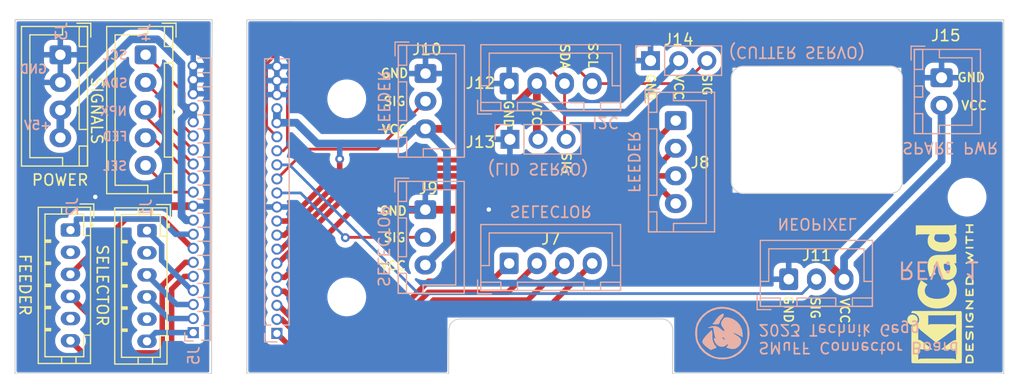
<source format=kicad_pcb>
(kicad_pcb (version 20240108) (generator "pcbnew") (generator_version "8.0")
  (title_block (title "SMuFF Connector Board PCB") (date "2023-03-26") (rev "1") (company "Technik Gegg") (comment 4 "AISLER Project ID: BNDRXJJP"))
  (layers (0 "F.Cu" signal) (31 "B.Cu" signal) (34 "B.Paste" user) (35 "F.Paste" user) (36 "B.SilkS" user "B.Silkscreen") (37 "F.SilkS" user "F.Silkscreen") (38 "B.Mask" user) (39 "F.Mask" user) (44 "Edge.Cuts" user))
  (net 0 "")
  (net 1 "Net-(J1-Pad1)")
  (net 3 "Net-(J1-Pad3)")
  (net 4 "Net-(J1-Pad4)")
  (net 6 "Net-(J1-Pad6)")
  (net 7 "Net-(J2-Pad1)")
  (net 9 "Net-(J2-Pad3)")
  (net 10 "Net-(J2-Pad4)")
  (net 12 "Net-(J2-Pad6)")
  (net 13 "GND")
  (net 14 "+5V")
  (net 15 "/SCL")
  (net 16 "/SDA")
  (net 17 "/NeoPixel")
  (net 18 "/Feeder")
  (net 19 "/Selector")
  (net 20 "Net-(J6-Pad1)")
  (net 21 "Net-(J6-Pad2)")
  (net 22 "Net-(J6-Pad3)")
  (net 23 "Net-(J6-Pad4)")
  (net 24 "Net-(J6-Pad5)")
  (net 25 "Net-(J6-Pad6)")
  (net 26 "Net-(J6-Pad7)")
  (net 27 "Net-(J6-Pad8)")
  (net 28 "Net-(J6-Pad11)")
  (net 29 "Net-(J6-Pad13)")
  (net 30 "Net-(J10-Pad2)")
  (net 31 "Net-(J12-Pad3)")
  (net 32 "Net-(J12-Pad4)")
  (net 33 "/VCC-IN")
  (footprint "Connector_JST:JST_PH_B6B-PH-K_1x06_P2.00mm_Vertical" (layer "F.Cu") (at 90.7708 113.9228 -90)
    (property "Reference" "J1" (at -2.0358 0.0928 90) (layer "B.SilkS") (effects (justify mirror)))
    (property "Value" "Selector Stepper")
    (pad "1" thru_hole roundrect (at 0 0 270) (size 1.2 1.75) (drill 0.75) (layers "*.Cu" "*.Mask") (roundrect_rratio 0.208333) (net 1 "Net-(J1-Pad1)"))
    (pad "2" thru_hole oval (at 2 0 270) (size 1.2 1.75) (drill 0.75) (layers "*.Cu" "*.Mask"))
    (pad "3" thru_hole oval (at 4 0 270) (size 1.2 1.75) (drill 0.75) (layers "*.Cu" "*.Mask") (net 3 "Net-(J1-Pad3)"))
    (pad "4" thru_hole oval (at 6 0 270) (size 1.2 1.75) (drill 0.75) (layers "*.Cu" "*.Mask") (net 4 "Net-(J1-Pad4)"))
    (pad "5" thru_hole oval (at 8 0 270) (size 1.2 1.75) (drill 0.75) (layers "*.Cu" "*.Mask"))
    (pad "6" thru_hole oval (at 10 0 270) (size 1.2 1.75) (drill 0.75) (layers "*.Cu" "*.Mask") (net 6 "Net-(J1-Pad6)"))
  )
  (footprint "MountingHole:MountingHole_3mm" (layer "F.Cu") (at 108.807 102.0064)
    (property "Reference" "H2" (hide yes))
    (property "Value" "MountingHole")
    (pad "" np_thru_hole circle (at 0 0) (size 3 3) (drill 3) (layers "*.Cu" "*.Mask"))
  )
  (footprint "MountingHole:MountingHole_3mm" (layer "F.Cu") (at 108.807 119.9134)
    (property "Reference" "H1" (hide yes))
    (property "Value" "MountingHole")
    (pad "" np_thru_hole circle (at 0 0) (size 3 3) (drill 3) (layers "*.Cu" "*.Mask"))
  )
  (footprint "Connector_JST:JST_PH_B6B-PH-K_1x06_P2.00mm_Vertical" (layer "F.Cu") (at 83.862 113.872 -90)
    (property "Reference" "J2" (at -2.112 -0.1612 90) (layer "B.SilkS") (effects (justify mirror)))
    (property "Value" "Feeder Stepper")
    (pad "1" thru_hole roundrect (at 0 0 270) (size 1.2 1.75) (drill 0.75) (layers "*.Cu" "*.Mask") (roundrect_rratio 0.208333) (net 7 "Net-(J2-Pad1)"))
    (pad "2" thru_hole oval (at 2 0 270) (size 1.2 1.75) (drill 0.75) (layers "*.Cu" "*.Mask"))
    (pad "3" thru_hole oval (at 4 0 270) (size 1.2 1.75) (drill 0.75) (layers "*.Cu" "*.Mask") (net 9 "Net-(J2-Pad3)"))
    (pad "4" thru_hole oval (at 6 0 270) (size 1.2 1.75) (drill 0.75) (layers "*.Cu" "*.Mask") (net 10 "Net-(J2-Pad4)"))
    (pad "5" thru_hole oval (at 8 0 270) (size 1.2 1.75) (drill 0.75) (layers "*.Cu" "*.Mask"))
    (pad "6" thru_hole oval (at 10 0 270) (size 1.2 1.75) (drill 0.75) (layers "*.Cu" "*.Mask") (net 12 "Net-(J2-Pad6)"))
  )
  (footprint "MountingHole:MountingHole_3mm" (layer "F.Cu") (at 164.814 110.8964)
    (property "Reference" "H3" (hide yes))
    (property "Value" "MountingHole")
    (pad "" np_thru_hole circle (at 0 0) (size 3 3) (drill 3) (layers "*.Cu" "*.Mask"))
  )
  (footprint "Symbol:KiCad-Logo2_5mm_SilkScreen" (layer "F.Cu") (at 162.401 119.634 90)
    (property "Reference" "REF**" (hide yes))
    (property "Value" "KiCad-Logo2_5mm_SilkScreen" (hide yes))
  )
  (footprint "Connector_JST:JST_XH_B5B-XH-A_1x05_P2.50mm_Vertical" (layer "F.Cu") (at 90.6442 98.0224 -90)
    (property "Reference" "J4" (at -2.0104 0.0932 90) (layer "B.SilkS") (effects (justify mirror)))
    (property "Value" "Signals")
    (pad "1" thru_hole roundrect (at 0 0 270) (size 1.7 1.95) (drill 0.95) (layers "*.Cu" "*.Mask") (roundrect_rratio 0.147059) (net 15 "/SCL"))
    (pad "2" thru_hole oval (at 2.5 0 270) (size 1.7 1.95) (drill 0.95) (layers "*.Cu" "*.Mask") (net 16 "/SDA"))
    (pad "3" thru_hole oval (at 5 0 270) (size 1.7 1.95) (drill 0.95) (layers "*.Cu" "*.Mask") (net 17 "/NeoPixel"))
    (pad "4" thru_hole oval (at 7.5 0 270) (size 1.7 1.95) (drill 0.95) (layers "*.Cu" "*.Mask") (net 18 "/Feeder"))
    (pad "5" thru_hole oval (at 10 0 270) (size 1.7 1.95) (drill 0.95) (layers "*.Cu" "*.Mask") (net 19 "/Selector"))
  )
  (footprint "Connector_JST:JST_XH_B4B-XH-A_1x04_P2.50mm_Vertical" (layer "F.Cu") (at 82.948 98.0224 -90)
    (property "Reference" "J3" (at -2.1374 -0.1016 90) (layer "B.SilkS") (effects (justify mirror)))
    (property "Value" "Power")
    (pad "1" thru_hole roundrect (at 0 0 270) (size 1.7 1.95) (drill 0.95) (layers "*.Cu" "*.Mask") (roundrect_rratio 0.147059) (net 13 "GND"))
    (pad "2" thru_hole oval (at 2.5 0 270) (size 1.7 1.95) (drill 0.95) (layers "*.Cu" "*.Mask") (net 13 "GND"))
    (pad "3" thru_hole oval (at 5 0 270) (size 1.7 1.95) (drill 0.95) (layers "*.Cu" "*.Mask") (net 33 "/VCC-IN"))
    (pad "4" thru_hole oval (at 7.5 0 270) (size 1.7 1.95) (drill 0.95) (layers "*.Cu" "*.Mask") (net 33 "/VCC-IN"))
  )
  (footprint "Library:Logo-5mm" (layer "B.Cu") (at 142.716 123.19)
    (property "Reference" "G***" (hide yes))
    (property "Value" "LOGO" (hide yes))
  )
  (footprint "Connector_PinHeader_2.54mm:PinHeader_1x03_P2.54mm_Vertical" (layer "B.Cu") (at 123.539 105.664 -90)
    (property "Reference" "J13" (at 0.254 2.667 0) (layer "F.SilkS"))
    (property "Value" "(Lid Servo)")
    (pad "1" thru_hole rect (at 0 0 270) (size 1.7 1.7) (drill 1) (layers "*.Cu" "*.Mask") (net 13 "GND"))
    (pad "2" thru_hole oval (at 0 -2.54 270) (size 1.7 1.7) (drill 1) (layers "*.Cu" "*.Mask") (net 14 "+5V"))
    (pad "3" thru_hole oval (at 0 -5.08 270) (size 1.7 1.7) (drill 1) (layers "*.Cu" "*.Mask") (net 31 "Net-(J12-Pad3)"))
  )
  (footprint "Connector_JST:JST_XH_B3B-XH-A_1x03_P2.50mm_Vertical" (layer "B.Cu") (at 115.919 99.7204 -90)
    (property "Reference" "J10" (at -2.1844 -0.127 0) (layer "F.SilkS"))
    (property "Value" "Feeder Sensor")
    (pad "1" thru_hole roundrect (at 0 0 270) (size 1.7 1.95) (drill 0.95) (layers "*.Cu" "*.Mask") (roundrect_rratio 0.147059) (net 13 "GND"))
    (pad "2" thru_hole oval (at 2.5 0 270) (size 1.7 1.95) (drill 0.95) (layers "*.Cu" "*.Mask") (net 30 "Net-(J10-Pad2)"))
    (pad "3" thru_hole oval (at 5 0 270) (size 1.7 1.95) (drill 0.95) (layers "*.Cu" "*.Mask") (net 14 "+5V"))
  )
  (footprint "Connector_JST:JST_XH_B4B-XH-A_1x04_P2.50mm_Vertical" (layer "B.Cu") (at 138.508 103.9714 -90)
    (property "Reference" "J8" (at 3.8008 -2.2014 0) (layer "F.SilkS"))
    (property "Value" "Feeder Motor")
    (pad "1" thru_hole roundrect (at 0 0 270) (size 1.7 1.95) (drill 0.95) (layers "*.Cu" "*.Mask") (roundrect_rratio 0.147059) (net 27 "Net-(J6-Pad8)"))
    (pad "2" thru_hole oval (at 2.5 0 270) (size 1.7 1.95) (drill 0.95) (layers "*.Cu" "*.Mask") (net 26 "Net-(J6-Pad7)"))
    (pad "3" thru_hole oval (at 5 0 270) (size 1.7 1.95) (drill 0.95) (layers "*.Cu" "*.Mask") (net 25 "Net-(J6-Pad6)"))
    (pad "4" thru_hole oval (at 7.5 0 270) (size 1.7 1.95) (drill 0.95) (layers "*.Cu" "*.Mask") (net 24 "Net-(J6-Pad5)"))
  )
  (footprint "Connector_JST:JST_XH_B4B-XH-A_1x04_P2.50mm_Vertical" (layer "B.Cu") (at 123.472 116.8824)
    (property "Reference" "J7" (at 3.75 -2.2014 0) (layer "F.SilkS"))
    (property "Value" "Selector Motor")
    (pad "1" thru_hole roundrect (at 0 0) (size 1.7 1.95) (drill 0.95) (layers "*.Cu" "*.Mask") (roundrect_rratio 0.147059) (net 23 "Net-(J6-Pad4)"))
    (pad "2" thru_hole oval (at 2.5 0) (size 1.7 1.95) (drill 0.95) (layers "*.Cu" "*.Mask") (net 22 "Net-(J6-Pad3)"))
    (pad "3" thru_hole oval (at 5 0) (size 1.7 1.95) (drill 0.95) (layers "*.Cu" "*.Mask") (net 21 "Net-(J6-Pad2)"))
    (pad "4" thru_hole oval (at 7.5 0) (size 1.7 1.95) (drill 0.95) (layers "*.Cu" "*.Mask") (net 20 "Net-(J6-Pad1)"))
  )
  (footprint "Connector_PinHeader_1.27mm:PinHeader_1x20_P1.27mm_Vertical" (layer "B.Cu") (at 102.5 123.2154)
    (property "Reference" "J6" (hide yes))
    (property "Value" "Conn_01x16" (hide yes))
    (pad "1" thru_hole rect (at 0 0) (size 1 1) (drill 0.65) (layers "*.Cu" "*.Mask") (net 20 "Net-(J6-Pad1)"))
    (pad "2" thru_hole oval (at 0 -1.27) (size 1 1) (drill 0.65) (layers "*.Cu" "*.Mask") (net 21 "Net-(J6-Pad2)"))
    (pad "3" thru_hole oval (at 0 -2.54) (size 1 1) (drill 0.65) (layers "*.Cu" "*.Mask") (net 22 "Net-(J6-Pad3)"))
    (pad "4" thru_hole oval (at 0 -3.81) (size 1 1) (drill 0.65) (layers "*.Cu" "*.Mask") (net 23 "Net-(J6-Pad4)"))
    (pad "5" thru_hole oval (at 0 -5.08) (size 1 1) (drill 0.65) (layers "*.Cu" "*.Mask") (net 24 "Net-(J6-Pad5)"))
    (pad "6" thru_hole oval (at 0 -6.35) (size 1 1) (drill 0.65) (layers "*.Cu" "*.Mask") (net 25 "Net-(J6-Pad6)"))
    (pad "7" thru_hole oval (at 0 -7.62) (size 1 1) (drill 0.65) (layers "*.Cu" "*.Mask") (net 26 "Net-(J6-Pad7)"))
    (pad "8" thru_hole oval (at 0 -8.89) (size 1 1) (drill 0.65) (layers "*.Cu" "*.Mask") (net 27 "Net-(J6-Pad8)"))
    (pad "9" thru_hole oval (at 0 -10.16) (size 1 1) (drill 0.65) (layers "*.Cu" "*.Mask") (net 14 "+5V"))
    (pad "10" thru_hole oval (at 0 -11.43) (size 1 1) (drill 0.65) (layers "*.Cu" "*.Mask") (net 13 "GND"))
    (pad "11" thru_hole oval (at 0 -12.7) (size 1 1) (drill 0.65) (layers "*.Cu" "*.Mask") (net 28 "Net-(J6-Pad11)"))
    (pad "12" thru_hole oval (at 0 -13.97) (size 1 1) (drill 0.65) (layers "*.Cu" "*.Mask") (net 30 "Net-(J10-Pad2)"))
    (pad "13" thru_hole oval (at 0 -15.24) (size 1 1) (drill 0.65) (layers "*.Cu" "*.Mask") (net 29 "Net-(J6-Pad13)"))
    (pad "14" thru_hole oval (at 0 -16.51) (size 1 1) (drill 0.65) (layers "*.Cu" "*.Mask") (net 31 "Net-(J12-Pad3)"))
    (pad "15" thru_hole oval (at 0 -17.78) (size 1 1) (drill 0.65) (layers "*.Cu" "*.Mask") (net 32 "Net-(J12-Pad4)"))
    (pad "16" thru_hole oval (at 0 -19.05) (size 1 1) (drill 0.65) (layers "*.Cu" "*.Mask") (net 14 "+5V"))
    (pad "17" thru_hole oval (at 0 -20.32) (size 1 1) (drill 0.65) (layers "*.Cu" "*.Mask") (net 14 "+5V"))
    (pad "18" thru_hole oval (at 0 -21.59) (size 1 1) (drill 0.65) (layers "*.Cu" "*.Mask") (net 13 "GND"))
    (pad "19" thru_hole oval (at 0 -22.86) (size 1 1) (drill 0.65) (layers "*.Cu" "*.Mask") (net 13 "GND"))
    (pad "20" thru_hole oval (at 0 -24.13) (size 1 1) (drill 0.65) (layers "*.Cu" "*.Mask") (net 13 "GND"))
  )
  (footprint "Connector_JST:JST_XH_B3B-XH-A_1x03_P2.50mm_Vertical" (layer "B.Cu") (at 115.902 112.0286 -90)
    (property "Reference" "J9" (at -1.9196 -0.271 0) (layer "F.SilkS"))
    (property "Value" "Selector Endstop")
    (pad "1" thru_hole roundrect (at 0 0 270) (size 1.7 1.95) (drill 0.95) (layers "*.Cu" "*.Mask") (roundrect_rratio 0.147059) (net 13 "GND"))
    (pad "2" thru_hole oval (at 2.5 0 270) (size 1.7 1.95) (drill 0.95) (layers "*.Cu" "*.Mask") (net 28 "Net-(J6-Pad11)"))
    (pad "3" thru_hole oval (at 5 0 270) (size 1.7 1.95) (drill 0.95) (layers "*.Cu" "*.Mask") (net 14 "+5V"))
  )
  (footprint "Connector_JST:JST_XH_B3B-XH-A_1x03_P2.50mm_Vertical" (layer "B.Cu") (at 148.7104 118.3132)
    (property "Reference" "J11" (at 2.5254 -2.176 0) (layer "F.SilkS"))
    (property "Value" "NeoPixels")
    (pad "1" thru_hole roundrect (at 0 0) (size 1.7 1.95) (drill 0.95) (layers "*.Cu" "*.Mask") (roundrect_rratio 0.147059) (net 13 "GND"))
    (pad "2" thru_hole oval (at 2.5 0) (size 1.7 1.95) (drill 0.95) (layers "*.Cu" "*.Mask") (net 29 "Net-(J6-Pad13)"))
    (pad "3" thru_hole oval (at 5 0) (size 1.7 1.95) (drill 0.95) (layers "*.Cu" "*.Mask") (net 14 "+5V"))
  )
  (footprint "Connector_PinHeader_1.27mm:PinHeader_1x20_P1.27mm_Horizontal" (layer "B.Cu") (at 94.9452 123.1392)
    (property "Reference" "J5" (at 0.0508 2.0828 -90) (layer "B.SilkS") (effects (justify mirror)))
    (property "Value" "Connector 1x20")
    (pad "1" thru_hole rect (at 0 0) (size 1 1) (drill 0.65) (layers "*.Cu" "*.Mask") (net 6 "Net-(J1-Pad6)"))
    (pad "2" thru_hole oval (at 0 -1.27) (size 1 1) (drill 0.65) (layers "*.Cu" "*.Mask") (net 4 "Net-(J1-Pad4)"))
    (pad "3" thru_hole oval (at 0 -2.54) (size 1 1) (drill 0.65) (layers "*.Cu" "*.Mask") (net 3 "Net-(J1-Pad3)"))
    (pad "4" thru_hole oval (at 0 -3.81) (size 1 1) (drill 0.65) (layers "*.Cu" "*.Mask") (net 1 "Net-(J1-Pad1)"))
    (pad "5" thru_hole oval (at 0 -5.08) (size 1 1) (drill 0.65) (layers "*.Cu" "*.Mask") (net 12 "Net-(J2-Pad6)"))
    (pad "6" thru_hole oval (at 0 -6.35) (size 1 1) (drill 0.65) (layers "*.Cu" "*.Mask") (net 10 "Net-(J2-Pad4)"))
    (pad "7" thru_hole oval (at 0 -7.62) (size 1 1) (drill 0.65) (layers "*.Cu" "*.Mask") (net 9 "Net-(J2-Pad3)"))
    (pad "8" thru_hole oval (at 0 -8.89) (size 1 1) (drill 0.65) (layers "*.Cu" "*.Mask") (net 7 "Net-(J2-Pad1)"))
    (pad "9" thru_hole oval (at 0 -10.16) (size 1 1) (drill 0.65) (layers "*.Cu" "*.Mask") (net 33 "/VCC-IN"))
    (pad "10" thru_hole oval (at 0 -11.43) (size 1 1) (drill 0.65) (layers "*.Cu" "*.Mask") (net 13 "GND"))
    (pad "11" thru_hole oval (at 0 -12.7) (size 1 1) (drill 0.65) (layers "*.Cu" "*.Mask") (net 19 "/Selector"))
    (pad "12" thru_hole oval (at 0 -13.97) (size 1 1) (drill 0.65) (layers "*.Cu" "*.Mask") (net 18 "/Feeder"))
    (pad "13" thru_hole oval (at 0 -15.24) (size 1 1) (drill 0.65) (layers "*.Cu" "*.Mask") (net 17 "/NeoPixel"))
    (pad "14" thru_hole oval (at 0 -16.51) (size 1 1) (drill 0.65) (layers "*.Cu" "*.Mask") (net 16 "/SDA"))
    (pad "15" thru_hole oval (at 0 -17.78) (size 1 1) (drill 0.65) (layers "*.Cu" "*.Mask") (net 15 "/SCL"))
    (pad "16" thru_hole oval (at 0 -19.05) (size 1 1) (drill 0.65) (layers "*.Cu" "*.Mask") (net 33 "/VCC-IN"))
    (pad "17" thru_hole oval (at 0 -20.32) (size 1 1) (drill 0.65) (layers "*.Cu" "*.Mask") (net 33 "/VCC-IN"))
    (pad "18" thru_hole oval (at 0 -21.59) (size 1 1) (drill 0.65) (layers "*.Cu" "*.Mask") (net 13 "GND"))
    (pad "19" thru_hole oval (at 0 -22.86) (size 1 1) (drill 0.65) (layers "*.Cu" "*.Mask") (net 13 "GND"))
    (pad "20" thru_hole oval (at 0 -24.13) (size 1 1) (drill 0.65) (layers "*.Cu" "*.Mask") (net 13 "GND"))
  )
  (footprint "Connector_JST:JST_XH_B4B-XH-A_1x04_P2.50mm_Vertical" (layer "B.Cu") (at 123.472 100.6264)
    (property "Reference" "J12" (at -2.6 -0.0424 0) (layer "F.SilkS"))
    (property "Value" "I2C")
    (pad "1" thru_hole roundrect (at 0 0) (size 1.7 1.95) (drill 0.95) (layers "*.Cu" "*.Mask") (roundrect_rratio 0.147059) (net 13 "GND"))
    (pad "2" thru_hole oval (at 2.5 0) (size 1.7 1.95) (drill 0.95) (layers "*.Cu" "*.Mask") (net 14 "+5V"))
    (pad "3" thru_hole oval (at 5 0) (size 1.7 1.95) (drill 0.95) (layers "*.Cu" "*.Mask") (net 31 "Net-(J12-Pad3)"))
    (pad "4" thru_hole oval (at 7.5 0) (size 1.7 1.95) (drill 0.95) (layers "*.Cu" "*.Mask") (net 32 "Net-(J12-Pad4)"))
  )
  (footprint "Connector_PinHeader_2.54mm:PinHeader_1x03_P2.54mm_Vertical" (layer "B.Cu") (at 136.239 98.552 -90)
    (property "Reference" "J14" (at -1.905 -2.54 0) (layer "F.SilkS"))
    (property "Value" "(Cutter Servo)")
    (pad "1" thru_hole rect (at 0 0 270) (size 1.7 1.7) (drill 1) (layers "*.Cu" "*.Mask") (net 13 "GND"))
    (pad "2" thru_hole oval (at 0 -2.54 270) (size 1.7 1.7) (drill 1) (layers "*.Cu" "*.Mask") (net 14 "+5V"))
    (pad "3" thru_hole oval (at 0 -5.08 270) (size 1.7 1.7) (drill 1) (layers "*.Cu" "*.Mask") (net 32 "Net-(J12-Pad4)"))
  )
  (footprint "Connector_JST:JST_XH_B2B-XH-A_1x02_P2.50mm_Vertical" (layer "B.Cu") (at 162.511 100.096 -90)
    (property "Reference" "J15" (at -3.81 -0.381 0) (layer "F.SilkS"))
    (property "Value" "SPARE")
    (pad "1" thru_hole roundrect (at 0 0 270) (size 1.7 2) (drill 1) (layers "*.Cu" "*.Mask") (roundrect_rratio 0.147059) (net 13 "GND"))
    (pad "2" thru_hole oval (at 2.5 0 270) (size 1.7 2) (drill 1) (layers "*.Cu" "*.Mask") (net 14 "+5V"))
  )
  (gr_line (start 118.01562 122.91782) (end 118.0018 126.873) (stroke (width 0.1)) (layer "Edge.Cuts"))
  (gr_arc (start 137.22898 121.90182) (mid 137.9474 122.1994) (end 138.24498 122.91782) (stroke (width 0.1)) (layer "Edge.Cuts"))
  (gr_line (start 96.647 94.8436) (end 78.867 94.8436) (stroke (width 0.1)) (layer "Edge.Cuts"))
  (gr_arc (start 143.524742 100.130629) (mid 143.8372 99.376287) (end 144.591542 99.063829) (stroke (width 0.1)) (layer "Edge.Cuts"))
  (gr_arc (start 157.901142 99.056171) (mid 158.655484 99.368629) (end 158.967942 100.122971) (stroke (width 0.1)) (layer "Edge.Cuts"))
  (gr_line (start 96.5962 126.873) (end 78.867 126.873) (stroke (width 0.1)) (layer "Edge.Cuts"))
  (gr_line (start 99.79 94.869) (end 168.116 94.869) (stroke (width 0.1)) (layer "Edge.Cuts"))
  (gr_line (start 99.79 126.873) (end 99.79 94.869) (stroke (width 0.1)) (layer "Edge.Cuts"))
  (gr_arc (start 144.5992 110.548459) (mid 143.844861 110.236) (end 143.5324 109.481659) (stroke (width 0.1)) (layer "Edge.Cuts"))
  (gr_line (start 158.9756 109.481658) (end 158.967942 100.122971) (stroke (width 0.1)) (layer "Edge.Cuts"))
  (gr_arc (start 118.01562 122.91782) (mid 118.3132 122.1994) (end 119.03162 121.90182) (stroke (width 0.1)) (layer "Edge.Cuts"))
  (gr_line (start 168.116 126.873) (end 138.2268 126.873) (stroke (width 0.1)) (layer "Edge.Cuts"))
  (gr_line (start 143.524742 100.130629) (end 143.5324 109.481659) (stroke (width 0.1)) (layer "Edge.Cuts"))
  (gr_line (start 144.591542 99.063829) (end 157.901142 99.056171) (stroke (width 0.1)) (layer "Edge.Cuts"))
  (gr_arc (start 158.9756 109.481658) (mid 158.663142 110.236) (end 157.9088 110.548458) (stroke (width 0.1)) (layer "Edge.Cuts"))
  (gr_line (start 78.867 126.873) (end 78.867 94.8436) (stroke (width 0.1)) (layer "Edge.Cuts"))
  (gr_line (start 138.2268 126.873) (end 138.24498 122.91782) (stroke (width 0.1)) (layer "Edge.Cuts"))
  (gr_line (start 144.5992 110.548459) (end 157.9088 110.548458) (stroke (width 0.1)) (layer "Edge.Cuts"))
  (gr_line (start 99.79 126.873) (end 118.0018 126.873) (stroke (width 0.1)) (layer "Edge.Cuts"))
  (gr_line (start 168.116 94.869) (end 168.116 126.873) (stroke (width 0.1)) (layer "Edge.Cuts"))
  (gr_line (start 96.5962 126.873) (end 96.647 94.8436) (stroke (width 0.1)) (layer "Edge.Cuts"))
  (gr_line (start 119.03162 121.90182) (end 137.22898 121.90182) (stroke (width 0.1)) (layer "Edge.Cuts"))
  (gr_text "SELECTOR" (at 127.222 112.1664 180) (layer "B.SilkS") (effects (font (size 1 1)) (justify mirror)))
  (gr_text "I2C" (at 132.175 104.14 180) (layer "B.SilkS") (effects (font (size 1 1)) (justify mirror)))
  (gr_text "FED" (at 87.884 105.41 0) (layer "B.SilkS") (effects (font (size 0.8 0.8)) (justify mirror)))
  (gr_text "(LID SERVO)" (at 126.079 108.331 180) (layer "B.SilkS") (effects (font (size 1 1)) (justify mirror)))
  (gr_text "REV: 1" (at 158.464 117.475 180) (layer "B.SilkS") (effects (font (size 1.5 1.5)) (justify left mirror)))
  (gr_text "SPARE PWR" (at 163.29 106.426 180) (layer "B.SilkS") (effects (font (size 1 1)) (justify mirror)))
  (gr_text "GND" (at 80.518 99.314 0) (layer "B.SilkS") (effects (font (size 0.8 0.8)) (justify mirror)))
  (gr_text "(CUTTER SERVO)" (at 149.447 97.79 180) (layer "B.SilkS") (effects (font (size 1 1)) (justify mirror)))
  (gr_text "+5V" (at 80.899 104.394 0) (layer "B.SilkS") (effects (font (size 0.8 0.8)) (justify mirror)))
  (gr_text "NEOPIXEL" (at 151.2758 113.3094 180) (layer "B.SilkS") (effects (font (size 1 1)) (justify mirror)))
  (gr_text "SELECTOR" (at 112.109 115.316 270) (layer "B.SilkS") (effects (font (size 1 1)) (justify mirror)))
  (gr_text "SDA" (at 87.884 100.584 0) (layer "B.SilkS") (effects (font (size 0.8 0.8)) (justify mirror)))
  (gr_text "FEEDER" (at 134.715 107.7214 -90) (layer "B.SilkS") (effects (font (size 1 1)) (justify mirror)))
  (gr_text "NPX" (at 87.757 103.124 0) (layer "B.SilkS") (effects (font (size 0.8 0.8)) (justify mirror)))
  (gr_text "SMuFF Connector Board\n2023 Technik Gegg" (at 145.891 123.698 180) (layer "B.SilkS") (effects (font (size 1 1)) (justify left mirror)))
  (gr_text "FEEDER" (at 112.1344 102.235 270) (layer "B.SilkS") (effects (font (size 1 1)) (justify mirror)))
  (gr_text "SEL" (at 87.884 108.077 0) (layer "B.SilkS") (effects (font (size 0.8 0.8)) (justify mirror)))
  (gr_text "SCL" (at 87.884 98.044 0) (layer "B.SilkS") (effects (font (size 0.8 0.8)) (justify mirror)))
  (gr_text "SIG" (at 113.125 114.554 0) (layer "F.SilkS") (effects (font (size 0.8 0.8))))
  (gr_text "VCC" (at 165.449 102.616 0) (layer "F.SilkS") (effects (font (size 0.8 0.8))))
  (gr_text "GND" (at 165.195 100.076 0) (layer "F.SilkS") (effects (font (size 0.8 0.8))))
  (gr_text "SDA" (at 128.492 98.171 270) (layer "F.SilkS") (effects (font (size 0.8 0.8))))
  (gr_text "POWER" (at 82.931 109.347 0) (layer "F.SilkS") (effects (font (size 1 1))))
  (gr_text "FEEDER" (at 79.756 118.8212 270) (layer "F.SilkS") (effects (font (size 1 1))))
  (gr_text "GND" (at 123.412 103.378 270) (layer "F.SilkS") (effects (font (size 0.8 0.8))))
  (gr_text "VCC" (at 138.779 100.965 270) (layer "F.SilkS") (effects (font (size 0.8 0.8))))
  (gr_text "VCC" (at 113.125 104.775 0) (layer "F.SilkS") (effects (font (size 0.8 0.8))))
  (gr_text "SIG" (at 128.619 107.823 270) (layer "F.SilkS") (effects (font (size 0.8 0.8))))
  (gr_text "SIG" (at 113.125 102.235 0) (layer "F.SilkS") (effects (font (size 0.8 0.8))))
  (gr_text "GND" (at 148.685 121.031 270) (layer "F.SilkS") (effects (font (size 0.8 0.8))))
  (gr_text "VCC" (at 153.765 121.158 270) (layer "F.SilkS") (effects (font (size 0.8 0.8))))
  (gr_text "SIG" (at 151.098 120.904 270) (layer "F.SilkS") (effects (font (size 0.8 0.8))))
  (gr_text "SELECTOR" (at 86.741 118.872 270) (layer "F.SilkS") (effects (font (size 1 1))))
  (gr_text "GND" (at 113.125 99.695 0) (layer "F.SilkS") (effects (font (size 0.8 0.8))))
  (gr_text "VCC" (at 125.952 103.251 270) (layer "F.SilkS") (effects (font (size 0.8 0.8))))
  (gr_text "SIG" (at 141.319 100.711 270) (layer "F.SilkS") (effects (font (size 0.8 0.8))))
  (gr_text "GND" (at 136.239 100.965 270) (layer "F.SilkS") (effects (font (size 0.8 0.8))))
  (gr_text "GND" (at 112.998 112.141 0) (layer "F.SilkS") (effects (font (size 0.8 0.8))))
  (gr_text "SCL" (at 131.032 98.044 270) (layer "F.SilkS") (effects (font (size 0.8 0.8))))
  (gr_text "SIGNALS" (at 86.233 103.0732 270) (layer "F.SilkS") (effects (font (size 1 1))))
  (gr_text "VCC" (at 112.998 117.094 0) (layer "F.SilkS") (effects (font (size 0.8 0.8))))
  (segment (start 92.09532 115.24732) (end 92.09532 116.60632) (width 0.5) (layer "B.Cu") (net 1))
  (segment (start 92.09532 116.60632) (end 94.8182 119.3292) (width 0.5) (layer "B.Cu") (net 1))
  (segment (start 90.7708 113.9228) (end 92.09532 115.24732) (width 0.5) (layer "B.Cu") (net 1))
  (segment (start 94.8182 119.3292) (end 94.9452 119.3292) (width 0.5) (layer "B.Cu") (net 1))
  (segment (start 94.9452 120.5992) (end 93.4472 120.5992) (width 0.5) (layer "B.Cu") (net 3))
  (segment (start 93.4472 120.5992) (end 90.7708 117.9228) (width 0.5) (layer "B.Cu") (net 3))
  (segment (start 94.9452 121.8692) (end 92.7172 121.8692) (width 0.5) (layer "B.Cu") (net 4))
  (segment (start 92.7172 121.8692) (end 90.7708 119.9228) (width 0.5) (layer "B.Cu") (net 4))
  (segment (start 91.5544 123.1392) (end 90.7708 123.9228) (width 0.5) (layer "B.Cu") (net 6))
  (segment (start 94.9452 123.1392) (end 91.5544 123.1392) (width 0.5) (layer "B.Cu") (net 6))
  (segment (start 84.40352 113.33048) (end 83.862 113.872) (width 0.5) (layer "B.Cu") (net 7))
  (segment (start 84.40352 112.87328) (end 84.40352 113.33048) (width 0.5) (layer "B.Cu") (net 7))
  (segment (start 91.968394 112.87328) (end 84.40352 112.87328) (width 0.5) (layer "B.Cu") (net 7))
  (segment (start 94.9452 114.2492) (end 93.344314 114.2492) (width 0.5) (layer "B.Cu") (net 7))
  (segment (start 93.344314 114.2492) (end 91.968394 112.87328) (width 0.5) (layer "B.Cu") (net 7))
  (segment (start 94.9452 115.5192) (end 94.872388 115.5192) (width 0.5) (layer "F.Cu") (net 9))
  (segment (start 92.226468 112.87328) (end 88.86072 112.87328) (width 0.5) (layer "F.Cu") (net 9))
  (segment (start 88.86072 112.87328) (end 83.862 117.872) (width 0.5) (layer "F.Cu") (net 9))
  (segment (start 94.872388 115.5192) (end 92.226468 112.87328) (width 0.5) (layer "F.Cu") (net 9))
  (segment (start 92.151865 118.875429) (end 92.151865 124.663865) (width 0.5) (layer "F.Cu") (net 10))
  (segment (start 94.238094 116.7892) (end 92.151865 118.875429) (width 0.5) (layer "F.Cu") (net 10))
  (segment (start 92.151865 124.663865) (end 91.84341 124.97232) (width 0.5) (layer "F.Cu") (net 10))
  (segment (start 91.84341 124.97232) (end 88.96232 124.97232) (width 0.5) (layer "F.Cu") (net 10))
  (segment (start 88.96232 124.97232) (end 83.862 119.872) (width 0.5) (layer "F.Cu") (net 10))
  (segment (start 94.9452 116.7892) (end 94.238094 116.7892) (width 0.5) (layer "F.Cu") (net 10))
  (segment (start 92.99484 119.22216) (end 92.99484 124.81016) (width 0.5) (layer "F.Cu") (net 12))
  (segment (start 85.86184 125.87184) (end 83.862 123.872) (width 0.5) (layer "F.Cu") (net 12))
  (segment (start 94.1578 118.0592) (end 92.99484 119.22216) (width 0.5) (layer "F.Cu") (net 12))
  (segment (start 92.99484 124.81016) (end 91.93316 125.87184) (width 0.5) (layer "F.Cu") (net 12))
  (segment (start 91.93316 125.87184) (end 85.86184 125.87184) (width 0.5) (layer "F.Cu") (net 12))
  (segment (start 94.9452 118.0592) (end 94.1578 118.0592) (width 0.5) (layer "F.Cu") (net 12))
  (segment (start 86.9442 111.7092) (end 86.106 110.871) (width 0.7) (layer "F.Cu") (net 13))
  (segment (start 115.902 112.0286) (end 111.7746 112.0286) (width 0.7) (layer "F.Cu") (net 13))
  (segment (start 111.7746 112.0286) (end 111.76 112.014) (width 0.7) (layer "F.Cu") (net 13))
  (segment (start 115.902 112.0286) (end 121.6194 112.0286) (width 0.7) (layer "F.Cu") (net 13))
  (segment (start 94.9452 111.7092) (end 86.9442 111.7092) (width 0.7) (layer "F.Cu") (net 13))
  (segment (start 121.6194 112.0286) (end 121.634 112.014) (width 0.7) (layer "F.Cu") (net 13))
  (via (at 121.634 112.014) (size 0.8) (drill 0.4) (layers "F.Cu" "B.Cu") (net 13))
  (via (at 86.106 110.871) (size 0.8) (drill 0.4) (layers "F.Cu" "B.Cu") (net 13))
  (via (at 111.76 112.014) (size 0.8) (drill 0.4) (layers "F.Cu" "B.Cu") (net 13))
  (segment (start 94.9452 101.5492) (end 94.9452 100.2792) (width 0.7) (layer "B.Cu") (net 13))
  (segment (start 94.9452 100.2792) (end 94.9452 99.0092) (width 0.7) (layer "B.Cu") (net 13))
  (segment (start 123.8692 101.0236) (end 123.472 100.6264) (width 0.5) (layer "B.Cu") (net 13))
  (segment (start 121.878 104.7204) (end 115.919 104.7204) (width 0.7) (layer "F.Cu") (net 14))
  (segment (start 125.972 100.6264) (end 121.878 104.7204) (width 0.7) (layer "F.Cu") (net 14))
  (segment (start 108.172 108.34946) (end 108.172 107.442) (width 0.5) (layer "F.Cu") (net 14))
  (segment (start 102.5 113.0554) (end 103.46606 113.0554) (width 0.5) (layer "F.Cu") (net 14))
  (segment (start 125.972 105.557) (end 126.079 105.664) (width 0.5) (layer "F.Cu") (net 14))
  (segment (start 103.46606 113.0554) (end 108.172 108.34946) (width 0.5) (layer "F.Cu") (net 14))
  (segment (start 118.6306 114.3) (end 115.902 117.0286) (width 0.7) (layer "F.Cu") (net 14))
  (segment (start 149.6972 114.3) (end 118.6306 114.3) (width 0.7) (layer "F.Cu") (net 14))
  (segment (start 153.7104 118.3132) (end 149.6972 114.3) (width 0.7) (layer "F.Cu") (net 14))
  (segment (start 125.972 100.6264) (end 125.972 105.557) (width 0.7) (layer "F.Cu") (net 14))
  (via (at 108.172 107.442) (size 0.8) (drill 0.4) (layers "F.Cu" "B.Cu") (net 14))
  (segment (start 138.779 98.552) (end 134.08 103.251) (width 0.7) (layer "B.Cu") (net 14))
  (segment (start 153.7104 116.405576) (end 153.7104 118.3132) (width 0.7) (layer "B.Cu") (net 14))
  (segment (start 113.633 106.045) (end 108.426 106.045) (width 0.7) (layer "B.Cu") (net 14))
  (segment (start 115.902 117.0286) (end 117.856 115.0746) (width 0.7) (layer "B.Cu") (net 14))
  (segment (start 117.856 106.6574) (end 115.919 104.7204) (width 0.7) (layer "B.Cu") (net 14))
  (segment (start 108.172 106.299) (end 108.426 106.045) (width 0.5) (layer "B.Cu") (net 14))
  (segment (start 102.5 102.8954) (end 102.5 104.1654) (width 0.7) (layer "B.Cu") (net 14))
  (segment (start 162.511 102.596) (end 162.511 107.604976) (width 0.7) (layer "B.Cu") (net 14))
  (segment (start 114.9576 104.7204) (end 113.633 106.045) (width 0.7) (layer "B.Cu") (net 14))
  (segment (start 128.5966 103.251) (end 125.972 100.6264) (width 0.7) (layer "B.Cu") (net 14))
  (segment (start 108.426 106.045) (end 106.14 106.045) (width 0.7) (layer "B.Cu") (net 14))
  (segment (start 104.2604 104.1654) (end 102.5 104.1654) (width 0.7) (layer "B.Cu") (net 14))
  (segment (start 134.08 103.251) (end 128.5966 103.251) (width 0.7) (layer "B.Cu") (net 14))
  (segment (start 162.511 107.604976) (end 153.7104 116.405576) (width 0.7) (layer "B.Cu") (net 14))
  (segment (start 115.919 104.7204) (end 114.9576 104.7204) (width 0.7) (layer "B.Cu") (net 14))
  (segment (start 117.856 115.0746) (end 117.856 106.6574) (width 0.7) (layer "B.Cu") (net 14))
  (segment (start 106.14 106.045) (end 104.2604 104.1654) (width 0.7) (layer "B.Cu") (net 14))
  (segment (start 108.172 107.442) (end 108.172 106.299) (width 0.5) (layer "B.Cu") (net 14))
  (segment (start 94.120689 101.498889) (end 94.120689 104.534689) (width 0.25) (layer "F.Cu") (net 15))
  (segment (start 94.120689 104.534689) (end 94.9452 105.3592) (width 0.25) (layer "F.Cu") (net 15))
  (segment (start 90.6442 98.0224) (end 94.120689 101.498889) (width 0.25) (layer "F.Cu") (net 15))
  (segment (start 94.9452 106.6292) (end 91.94372 103.62772) (width 0.25) (layer "F.Cu") (net 16))
  (segment (start 91.94372 103.62772) (end 91.94372 101.82192) (width 0.25) (layer "F.Cu") (net 16))
  (segment (start 91.94372 101.82192) (end 90.6442 100.5224) (width 0.25) (layer "F.Cu") (net 16))
  (segment (start 90.6442 103.0224) (end 90.6442 103.5982) (width 0.25) (layer "F.Cu") (net 17))
  (segment (start 90.6442 103.5982) (end 94.9452 107.8992) (width 0.25) (layer "F.Cu") (net 17))
  (segment (start 94.9452 109.1692) (end 91.2984 105.5224) (width 0.25) (layer "F.Cu") (net 18))
  (segment (start 91.2984 105.5224) (end 90.6442 105.5224) (width 0.25) (layer "F.Cu") (net 18))
  (segment (start 93.061 110.4392) (end 90.6442 108.0224) (width 0.25) (layer "F.Cu") (net 19))
  (segment (start 94.9452 110.4392) (end 93.061 110.4392) (width 0.25) (layer "F.Cu") (net 19))
  (segment (start 111.982 125.857) (end 105.1416 125.857) (width 0.5) (layer "F.Cu") (net 20))
  (segment (start 116.939962 120.899038) (end 111.982 125.857) (width 0.5) (layer "F.Cu") (net 20))
  (segment (start 126.955362 120.899038) (end 116.939962 120.899038) (width 0.5) (layer "F.Cu") (net 20))
  (segment (start 105.1416 125.857) (end 102.5 123.2154) (width 0.5) (layer "F.Cu") (net 20))
  (segment (start 130.972 116.8824) (end 126.955362 120.899038) (width 0.5) (layer "F.Cu") (net 20))
  (segment (start 116.650211 120.199519) (end 111.804865 125.044865) (width 0.5) (layer "F.Cu") (net 21))
  (segment (start 102.9454 121.9454) (end 102.5 121.9454) (width 0.5) (layer "F.Cu") (net 21))
  (segment (start 128.472 116.8824) (end 125.154881 120.199519) (width 0.5) (layer "F.Cu") (net 21))
  (segment (start 125.154881 120.199519) (end 116.650211 120.199519) (width 0.5) (layer "F.Cu") (net 21))
  (segment (start 111.804865 125.044865) (end 106.044865 125.044865) (width 0.5) (layer "F.Cu") (net 21))
  (segment (start 106.044865 125.044865) (end 102.9454 121.9454) (width 0.5) (layer "F.Cu") (net 21))
  (segment (start 102.6754 120.6754) (end 102.5 120.6754) (width 0.5) (layer "F.Cu") (net 22))
  (segment (start 123.3544 119.5) (end 116.18 119.5) (width 0.5) (layer "F.Cu") (net 22))
  (segment (start 111.601 124.079) (end 106.079 124.079) (width 0.5) (layer "F.Cu") (net 22))
  (segment (start 125.972 116.8824) (end 123.3544 119.5) (width 0.5) (layer "F.Cu") (net 22))
  (segment (start 116.18 119.5) (end 111.601 124.079) (width 0.5) (layer "F.Cu") (net 22))
  (segment (start 106.079 124.079) (end 102.6754 120.6754) (width 0.5) (layer "F.Cu") (net 22))
  (segment (start 107.181186 123.37948) (end 103.207106 119.4054) (width 0.5) (layer "F.Cu") (net 23))
  (segment (start 116.19073 118.5) (end 111.31125 123.37948) (width 0.5) (layer "F.Cu") (net 23))
  (segment (start 111.31125 123.37948) (end 107.181186 123.37948) (width 0.5) (layer "F.Cu") (net 23))
  (segment (start 123.472 116.8824) (end 121.8544 118.5) (width 0.5) (layer "F.Cu") (net 23))
  (segment (start 103.207106 119.4054) (end 102.5 119.4054) (width 0.5) (layer "F.Cu") (net 23))
  (segment (start 121.8544 118.5) (end 116.19073 118.5) (width 0.5) (layer "F.Cu") (net 23))
  (segment (start 138.508 111.4714) (end 137.0186 109.982) (width 0.5) (layer "F.Cu") (net 24))
  (segment (start 103.207106 118.1354) (end 102.5 118.1354) (width 0.5) (layer "F.Cu") (net 24))
  (segment (start 111.360506 109.982) (end 103.207106 118.1354) (width 0.5) (layer "F.Cu") (net 24))
  (segment (start 137.0186 109.982) (end 111.360506 109.982) (width 0.5) (layer "F.Cu") (net 24))
  (segment (start 110.51787 108.9714) (end 102.62387 116.8654) (width 0.5) (layer "F.Cu") (net 25))
  (segment (start 102.62387 116.8654) (end 102.5 116.8654) (width 0.5) (layer "F.Cu") (net 25))
  (segment (start 138.508 108.9714) (end 110.51787 108.9714) (width 0.5) (layer "F.Cu") (net 25))
  (segment (start 110.22812 108.27188) (end 102.9046 115.5954) (width 0.5) (layer "F.Cu") (net 26))
  (segment (start 102.9046 115.5954) (end 102.5 115.5954) (width 0.5) (layer "F.Cu") (net 26))
  (segment (start 136.70752 108.27188) (end 110.22812 108.27188) (width 0.5) (layer "F.Cu") (net 26))
  (segment (start 138.508 106.4714) (end 136.70752 108.27188) (width 0.5) (layer "F.Cu") (net 26))
  (segment (start 110.00033 107.5104) (end 103.18533 114.3254) (width 0.5) (layer "F.Cu") (net 27))
  (segment (start 134.969 107.5104) (end 110.00033 107.5104) (width 0.5) (layer "F.Cu") (net 27))
  (segment (start 103.18533 114.3254) (end 102.5 114.3254) (width 0.5) (layer "F.Cu") (net 27))
  (segment (start 138.508 103.9714) (end 134.969 107.5104) (width 0.5) (layer "F.Cu") (net 27))
  (segment (start 108.7054 114.5286) (end 108.68 114.554) (width 0.25) (layer "F.Cu") (net 28))
  (segment (start 115.902 114.5286) (end 108.7054 114.5286) (width 0.25) (layer "F.Cu") (net 28))
  (via (at 108.68 114.554) (size 0.8) (drill 0.4) (layers "F.Cu" "B.Cu") (net 28))
  (segment (start 104.6414 110.5154) (end 102.5 110.5154) (width 0.25) (layer "B.Cu") (net 28))
  (segment (start 108.68 114.554) (end 104.6414 110.5154) (width 0.25) (layer "B.Cu") (net 28))
  (segment (start 151.2104 118.3132) (end 149.91088 119.61272) (width 0.25) (layer "B.Cu") (net 29))
  (segment (start 103.634014 107.9754) (end 102.5 107.9754) (width 0.25) (layer "B.Cu") (net 29))
  (segment (start 149.91088 119.61272) (end 115.271334 119.61272) (width 0.25) (layer "B.Cu") (net 29))
  (segment (start 115.271334 119.61272) (end 103.634014 107.9754) (width 0.25) (layer "B.Cu") (net 29))
  (segment (start 111.5864 106.553) (end 105.1924 106.553) (width 0.25) (layer "F.Cu") (net 30))
  (segment (start 115.919 102.2204) (end 111.5864 106.553) (width 0.25) (layer "F.Cu") (net 30))
  (segment (start 105.1924 106.553) (end 102.5 109.2454) (width 0.25) (layer "F.Cu") (net 30))
  (segment (start 106.521 98.171) (end 103.449511 101.242489) (width 0.25) (layer "F.Cu") (net 31))
  (segment (start 103.449511 101.242489) (end 103.449511 106.322489) (width 0.25) (layer "F.Cu") (net 31))
  (segment (start 128.472 100.6264) (end 126.0166 98.171) (width 0.25) (layer "F.Cu") (net 31))
  (segment (start 126.0166 98.171) (end 106.521 98.171) (width 0.25) (layer "F.Cu") (net 31))
  (segment (start 103.0666 106.7054) (end 102.5 106.7054) (width 0.25) (layer "F.Cu") (net 31))
  (segment (start 128.472 105.517) (end 128.619 105.664) (width 0.25) (layer "F.Cu") (net 31))
  (segment (start 128.472 100.6264) (end 128.472 105.517) (width 0.25) (layer "F.Cu") (net 31))
  (segment (start 103.449511 106.322489) (end 103.0666 106.7054) (width 0.25) (layer "F.Cu") (net 31))
  (segment (start 101.568 98.851364) (end 101.568 104.5034) (width 0.25) (layer "F.Cu") (net 32))
  (segment (start 130.972 100.6264) (end 127.817081 97.471481) (width 0.25) (layer "F.Cu") (net 32))
  (segment (start 139.2446 100.6264) (end 130.972 100.6264) (width 0.25) (layer "F.Cu") (net 32))
  (segment (start 141.319 98.552) (end 139.2446 100.6264) (width 0.25) (layer "F.Cu") (net 32))
  (segment (start 127.817081 97.471481) (end 102.947883 97.471481) (width 0.25) (layer "F.Cu") (net 32))
  (segment (start 102.947883 97.471481) (end 101.568 98.851364) (width 0.25) (layer "F.Cu") (net 32))
  (segment (start 101.568 104.5034) (end 102.5 105.4354) (width 0.25) (layer "F.Cu") (net 32))
  (segment (start 93.895689 103.868711) (end 93.895689 112.564689) (width 0.7) (layer "B.Cu") (net 33))
  (segment (start 93.8784 98.800908) (end 91.700372 96.62288) (width 0.7) (layer "B.Cu") (net 33))
  (segment (start 94.238094 102.8192) (end 93.8784 102.459506) (width 0.7) (layer "B.Cu") (net 33))
  (segment (start 89.34752 96.62288) (end 82.948 103.0224) (width 0.7) (layer "B.Cu") (net 33))
  (segment (start 94.9452 102.8192) (end 94.9452 104.0892) (width 0.7) (layer "B.Cu") (net 33))
  (segment (start 94.9452 102.8192) (end 93.895689 103.868711) (width 0.7) (layer "B.Cu") (net 33))
  (segment (start 82.948 103.0224) (end 82.948 105.5224) (width 0.7) (layer "B.Cu") (net 33))
  (segment (start 93.895689 112.564689) (end 94.3102 112.9792) (width 0.7) (layer "B.Cu") (net 33))
  (segment (start 94.9452 102.8192) (end 94.238094 102.8192) (width 0.7) (layer "B.Cu") (net 33))
  (segment (start 93.8784 102.459506) (end 93.8784 98.800908) (width 0.7) (layer "B.Cu") (net 33))
  (segment (start 94.3102 112.9792) (end 94.9452 112.9792) (width 0.7) (layer "B.Cu") (net 33))
  (segment (start 91.700372 96.62288) (end 89.34752 96.62288) (width 0.7) (layer "B.Cu") (net 33))
  (zone (net 0) (net_name "") (layer "B.Cu") (name "No-Fill") (connect_pads (clearance 0)) (min_thickness 0.25)
    (keepout (tracks not_allowed) (vias not_allowed) (pads not_allowed) (copperpour not_allowed) (footprints allowed))
    (fill (thermal_gap 0.5) (thermal_bridge_width 0.5))
    (polygon (pts (xy 143.637 99.187) (xy 158.877 99.187) (xy 158.877 110.49) (xy 143.637 110.49)))
  )
  (zone (net 13) (net_name "GND") (layer "B.Cu") (priority 1) (connect_pads (clearance 0.508)) (min_thickness 0.25) (fill yes (thermal_gap 0.5) (thermal_bridge_width 0.5))
    (polygon (pts (xy 78.994 94.996) (xy 96.52 94.996) (xy 96.393 126.746) (xy 78.994 126.746)))
  )
  (zone (net 13) (net_name "GND") (layer "B.Cu") (connect_pads (clearance 0.508)) (min_thickness 0.254) (fill yes (thermal_gap 0.508) (thermal_bridge_width 0.508))
    (polygon (pts (xy 168.021 95.0214) (xy 168.021 126.746) (xy 138.3792 126.746) (xy 138.37931 121.7676) (xy 117.900756 121.777218) (xy 117.875246 126.746) (xy 99.9236 126.746) (xy 99.9236 94.996)))
  )
)
</source>
